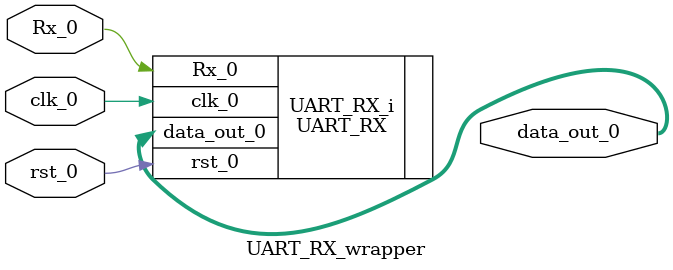
<source format=v>
`timescale 1 ps / 1 ps

module UART_RX_wrapper
   (Rx_0,
    clk_0,
    data_out_0,
    rst_0);
  input Rx_0;
  input clk_0;
  output [7:0]data_out_0;
  input rst_0;

  wire Rx_0;
  wire clk_0;
  wire [7:0]data_out_0;
  wire rst_0;

  UART_RX UART_RX_i
       (.Rx_0(Rx_0),
        .clk_0(clk_0),
        .data_out_0(data_out_0),
        .rst_0(rst_0));
endmodule

</source>
